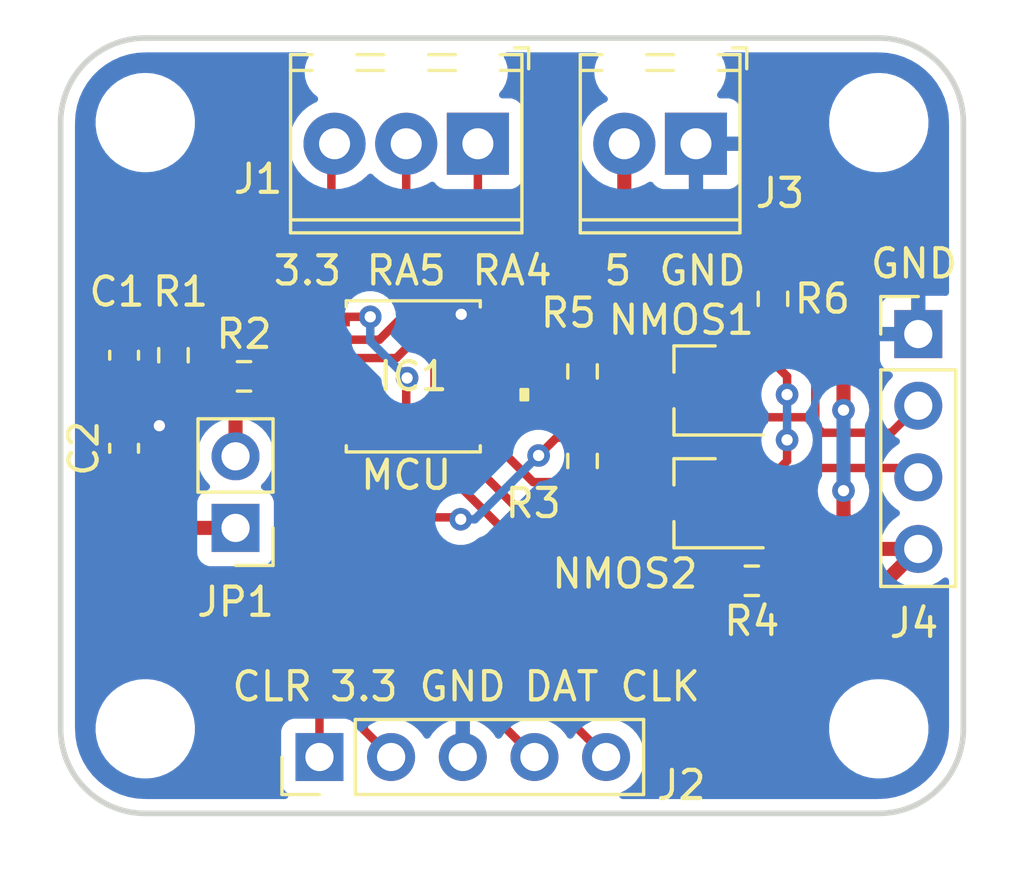
<source format=kicad_pcb>
(kicad_pcb (version 20211014) (generator pcbnew)
  (layers (0 "F.Cu" signal) (31 "B.Cu" power) (34 "B.Paste" user) (35 "F.Paste" user) (36 "B.SilkS" user "B.Silkscreen") (37 "F.SilkS" user "F.Silkscreen") (38 "B.Mask" user) (39 "F.Mask" user) (44 "Edge.Cuts" user))
  (net 0 "")
  (net 1 "GND")
  (net 2 "Net-(C2-Pad1)")
  (net 3 "RA5")
  (net 4 "MCLR")
  (net 6 "RA4")
  (net 7 "MCUTX")
  (net 8 "MCURX")
  (net 11 "CLK")
  (net 12 "DATA")
  (net 13 "+5V")
  (net 14 "STX")
  (net 15 "SRX")
  (net 16 "+3.3V")
  (net 17 "Net-(JP1-Pad2)")
  (footprint "MountingHole:MountingHole_2.5mm" (layer "F.Cu") (at -31 -75.5)
    (fp_text reference "H2")
    (fp_text value "MountingHole")
    (pad "" np_thru_hole circle (at 0 0) (size 2.5 2.5) (drill 2.5) (layers *.Cu *.Mask))
  )
  (footprint "Capacitor_SMD:C_0603_1608Metric" (layer "F.Cu") (at -31.75 -88.75 -90)
    (fp_text reference "C1" (at -2.25 0.25 180) (layer "F.SilkS"))
    (fp_text value "100n")
    (fp_line (start -0.14058 0.51) (end 0.14058 0.51) (layer "F.SilkS") (width 0.12))
    (fp_line (start -0.14058 -0.51) (end 0.14058 -0.51) (layer "F.SilkS") (width 0.12))
    (pad "1" smd roundrect (at -0.775 0 270) (size 0.9 0.95) (layers "F.Cu" "F.Paste" "F.Mask") (net 16 "+3.3V"))
    (pad "2" smd roundrect (at 0.775 0 270) (size 0.9 0.95) (layers "F.Cu" "F.Paste" "F.Mask") (net 1 "GND"))
  )
  (footprint "Resistor_SMD:R_0603_1608Metric" (layer "F.Cu") (at -15.5 -85 -90)
    (fp_text reference "R3" (at 1.5 1.75 180) (layer "F.SilkS"))
    (fp_text value "10k")
    (fp_line (start -0.237258 -0.5225) (end 0.237258 -0.5225) (layer "F.SilkS") (width 0.12))
    (fp_line (start -0.237258 0.5225) (end 0.237258 0.5225) (layer "F.SilkS") (width 0.12))
    (pad "1" smd roundrect (at -0.825 0 270) (size 0.8 0.95) (layers "F.Cu" "F.Paste" "F.Mask") (net 16 "+3.3V"))
    (pad "2" smd roundrect (at 0.825 0 270) (size 0.8 0.95) (layers "F.Cu" "F.Paste" "F.Mask") (net 7 "MCUTX"))
  )
  (footprint "Resistor_SMD:R_0603_1608Metric" (layer "F.Cu") (at -8.75 -90.75 -90)
    (fp_text reference "R6" (at 0 -1.75 180) (layer "F.SilkS"))
    (fp_text value "10k")
    (fp_line (start -0.237258 0.5225) (end 0.237258 0.5225) (layer "F.SilkS") (width 0.12))
    (fp_line (start -0.237258 -0.5225) (end 0.237258 -0.5225) (layer "F.SilkS") (width 0.12))
    (pad "1" smd roundrect (at -0.825 0 270) (size 0.8 0.95) (layers "F.Cu" "F.Paste" "F.Mask") (net 13 "+5V"))
    (pad "2" smd roundrect (at 0.825 0 270) (size 0.8 0.95) (layers "F.Cu" "F.Paste" "F.Mask") (net 14 "STX"))
  )
  (footprint "Connector_PinHeader_2.54mm:PinHeader_1x05_P2.54mm_Vertical" (layer "F.Cu") (at -24.825 -74.5 90)
    (fp_text reference "J2" (at -1 12.825 180) (layer "F.SilkS"))
    (fp_text value "Conn_01x05")
    (fp_line (start 1.33 1.27) (end 1.33 11.49) (layer "F.SilkS") (width 0.12))
    (fp_line (start -1.33 11.49) (end 1.33 11.49) (layer "F.SilkS") (width 0.12))
    (fp_line (start -1.33 0) (end -1.33 -1.33) (layer "F.SilkS") (width 0.12))
    (fp_line (start -1.33 1.27) (end 1.33 1.27) (layer "F.SilkS") (width 0.12))
    (fp_line (start -1.33 -1.33) (end 0 -1.33) (layer "F.SilkS") (width 0.12))
    (fp_line (start -1.33 1.27) (end -1.33 11.49) (layer "F.SilkS") (width 0.12))
    (pad "1" thru_hole rect (at 0 0 90) (size 1.7 1.7) (drill 1) (layers *.Cu *.Mask) (net 4 "MCLR"))
    (pad "2" thru_hole oval (at 0 2.54 90) (size 1.7 1.7) (drill 1) (layers *.Cu *.Mask) (net 16 "+3.3V"))
    (pad "3" thru_hole oval (at 0 5.08 90) (size 1.7 1.7) (drill 1) (layers *.Cu *.Mask) (net 1 "GND"))
    (pad "4" thru_hole oval (at 0 7.62 90) (size 1.7 1.7) (drill 1) (layers *.Cu *.Mask) (net 12 "DATA"))
    (pad "5" thru_hole oval (at 0 10.16 90) (size 1.7 1.7) (drill 1) (layers *.Cu *.Mask) (net 11 "CLK"))
  )
  (footprint "MountingHole:MountingHole_2.5mm" (layer "F.Cu") (at -5 -75.5)
    (fp_text reference "H4")
    (fp_text value "MountingHole")
    (pad "" np_thru_hole circle (at 0 0) (size 2.5 2.5) (drill 2.5) (layers *.Cu *.Mask))
  )
  (footprint "MountingHole:MountingHole_2.5mm" (layer "F.Cu") (at -5 -97)
    (fp_text reference "H3")
    (fp_text value "MountingHole")
    (pad "" np_thru_hole circle (at 0 0) (size 2.5 2.5) (drill 2.5) (layers *.Cu *.Mask))
  )
  (footprint "Resistor_SMD:R_0603_1608Metric" (layer "F.Cu") (at -27.5 -88 180)
    (fp_text reference "R2" (at 0 1.5) (layer "F.SilkS"))
    (fp_text value "220")
    (fp_line (start -0.237258 0.5225) (end 0.237258 0.5225) (layer "F.SilkS") (width 0.12))
    (fp_line (start -0.237258 -0.5225) (end 0.237258 -0.5225) (layer "F.SilkS") (width 0.12))
    (pad "1" smd roundrect (at -0.825 0 180) (size 0.8 0.95) (layers "F.Cu" "F.Paste" "F.Mask") (net 4 "MCLR"))
    (pad "2" smd roundrect (at 0.825 0 180) (size 0.8 0.95) (layers "F.Cu" "F.Paste" "F.Mask") (net 17 "Net-(JP1-Pad2)"))
  )
  (footprint "Package_TO_SOT_SMD:SOT-23_Handsoldering" (layer "F.Cu") (at -11.5 -83.5 180)
    (fp_text reference "NMOS2" (at 2.5 -2.5 180) (layer "F.SilkS"))
    (fp_text value "BSS138")
    (fp_line (start 0.76 1.58) (end 0.76 0.65) (layer "F.SilkS") (width 0.12))
    (fp_line (start 0.76 -1.58) (end 0.76 -0.65) (layer "F.SilkS") (width 0.12))
    (fp_line (start 0.76 -1.58) (end -2.4 -1.58) (layer "F.SilkS") (width 0.12))
    (fp_line (start 0.76 1.58) (end -0.7 1.58) (layer "F.SilkS") (width 0.12))
    (pad "1" smd rect (at -1.5 -0.95 180) (size 1.9 0.8) (layers "F.Cu" "F.Paste" "F.Mask") (net 15 "SRX"))
    (pad "2" smd rect (at -1.5 0.95 180) (size 1.9 0.8) (layers "F.Cu" "F.Paste" "F.Mask") (net 16 "+3.3V"))
    (pad "3" smd rect (at 1.5 0 180) (size 1.9 0.8) (layers "F.Cu" "F.Paste" "F.Mask") (net 7 "MCUTX"))
  )
  (footprint "TerminalBlock_Phoenix:TerminalBlock_Phoenix_MPT-0,5-3-2.54_1x03_P2.54mm_Horizontal" (layer "F.Cu") (at -19.21 -96.25 180)
    (fp_text reference "J1" (at 7.79 -1.25) (layer "F.SilkS"))
    (fp_text value "Conn_01x03")
    (fp_line (start 0.79 3.16) (end 1.75 3.16) (layer "F.SilkS") (width 0.12))
    (fp_line (start 6.64 -3.16) (end 6.64 3.16) (layer "F.SilkS") (width 0.12))
    (fp_line (start 0.79 2.6) (end 1.75 2.6) (layer "F.SilkS") (width 0.12))
    (fp_line (start -1.56 -3.16) (end -1.56 3.16) (layer "F.SilkS") (width 0.12))
    (fp_line (start 5.87 3.16) (end 6.64 3.16) (layer "F.SilkS") (width 0.12))
    (fp_line (start -1.8 2.66) (end -1.8 3.4) (layer "F.SilkS") (width 0.12))
    (fp_line (start 5.87 2.6) (end 6.64 2.6) (layer "F.SilkS") (width 0.12))
    (fp_line (start -1.56 2.6) (end -0.79 2.6) (layer "F.SilkS") (width 0.12))
    (fp_line (start -1.56 -2.7) (end 6.64 -2.7) (layer "F.SilkS") (width 0.12))
    (fp_line (start 3.33 2.6) (end 4.29 2.6) (layer "F.SilkS") (width 0.12))
    (fp_line (start 3.33 3.16) (end 4.29 3.16) (layer "F.SilkS") (width 0.12))
    (fp_line (start -1.56 3.16) (end -0.79 3.16) (layer "F.SilkS") (width 0.12))
    (fp_line (start -1.8 3.4) (end -1.3 3.4) (layer "F.SilkS") (width 0.12))
    (fp_line (start -1.56 -3.16) (end 6.64 -3.16) (layer "F.SilkS") (width 0.12))
    (pad "" np_thru_hole circle (at 0 2.54 180) (size 1.1 1.1) (drill 1.1) (layers *.Cu *.Mask))
    (pad "" np_thru_hole circle (at 5.08 2.54 180) (size 1.1 1.1) (drill 1.1) (layers *.Cu *.Mask))
    (pad "" np_thru_hole circle (at 2.54 2.54 180) (size 1.1 1.1) (drill 1.1) (layers *.Cu *.Mask))
    (pad "1" thru_hole rect (at 0 0 180) (size 2.2 2.2) (drill 1.1) (layers *.Cu *.Mask) (net 6 "RA4"))
    (pad "2" thru_hole circle (at 2.54 0 180) (size 2.2 2.2) (drill 1.1) (layers *.Cu *.Mask) (net 3 "RA5"))
    (pad "3" thru_hole circle (at 5.08 0 180) (size 2.2 2.2) (drill 1.1) (layers *.Cu *.Mask) (net 16 "+3.3V"))
  )
  (footprint "Connector_PinHeader_2.54mm:PinHeader_1x04_P2.54mm_Vertical" (layer "F.Cu") (at -3.6 -89.5)
    (fp_text reference "J4" (at -0.15 10.25) (layer "F.SilkS"))
    (fp_text value "HC-SR04")
    (fp_line (start -1.33 0) (end -1.33 -1.33) (layer "F.SilkS") (width 0.12))
    (fp_line (start 1.33 1.27) (end 1.33 8.95) (layer "F.SilkS") (width 0.12))
    (fp_line (start -1.33 1.27) (end -1.33 8.95) (layer "F.SilkS") (width 0.12))
    (fp_line (start -1.33 8.95) (end 1.33 8.95) (layer "F.SilkS") (width 0.12))
    (fp_line (start -1.33 -1.33) (end 0 -1.33) (layer "F.SilkS") (width 0.12))
    (fp_line (start -1.33 1.27) (end 1.33 1.27) (layer "F.SilkS") (width 0.12))
    (pad "1" thru_hole rect (at 0 0) (size 1.7 1.7) (drill 1) (layers *.Cu *.Mask) (net 1 "GND"))
    (pad "2" thru_hole oval (at 0 2.54) (size 1.7 1.7) (drill 1) (layers *.Cu *.Mask) (net 14 "STX"))
    (pad "3" thru_hole oval (at 0 5.08) (size 1.7 1.7) (drill 1) (layers *.Cu *.Mask) (net 15 "SRX"))
    (pad "4" thru_hole oval (at 0 7.62) (size 1.7 1.7) (drill 1) (layers *.Cu *.Mask) (net 13 "+5V"))
  )
  (footprint "TerminalBlock_Phoenix:TerminalBlock_Phoenix_MPT-0,5-2-2.54_1x02_P2.54mm_Horizontal" (layer "F.Cu") (at -11.48 -96.25 180)
    (fp_text reference "J3" (at -2.98 -1.75) (layer "F.SilkS"))
    (fp_text value "Conn_01x02")
    (fp_line (start -1.56 -3.16) (end 4.1 -3.16) (layer "F.SilkS") (width 0.12))
    (fp_line (start 3.33 2.6) (end 4.1 2.6) (layer "F.SilkS") (width 0.12))
    (fp_line (start 3.33 3.16) (end 4.1 3.16) (layer "F.SilkS") (width 0.12))
    (fp_line (start 0.79 3.16) (end 1.75 3.16) (layer "F.SilkS") (width 0.12))
    (fp_line (start 0.79 2.6) (end 1.75 2.6) (layer "F.SilkS") (width 0.12))
    (fp_line (start -1.56 3.16) (end -0.79 3.16) (layer "F.SilkS") (width 0.12))
    (fp_line (start -1.56 -2.7) (end 4.1 -2.7) (layer "F.SilkS") (width 0.12))
    (fp_line (start 4.1 -3.16) (end 4.1 3.16) (layer "F.SilkS") (width 0.12))
    (fp_line (start -1.8 2.66) (end -1.8 3.4) (layer "F.SilkS") (width 0.12))
    (fp_line (start -1.8 3.4) (end -1.3 3.4) (layer "F.SilkS") (width 0.12))
    (fp_line (start -1.56 -3.16) (end -1.56 3.16) (layer "F.SilkS") (width 0.12))
    (fp_line (start -1.56 2.6) (end -0.79 2.6) (layer "F.SilkS") (width 0.12))
    (pad "" np_thru_hole circle (at 2.54 2.54 180) (size 1.1 1.1) (drill 1.1) (layers *.Cu *.Mask))
    (pad "" np_thru_hole circle (at 0 2.54 180) (size 1.1 1.1) (drill 1.1) (layers *.Cu *.Mask))
    (pad "1" thru_hole rect (at 0 0 180) (size 2.2 2.2) (drill 1.1) (layers *.Cu *.Mask) (net 1 "GND"))
    (pad "2" thru_hole circle (at 2.54 0 180) (size 2.2 2.2) (drill 1.1) (layers *.Cu *.Mask) (net 13 "+5V"))
  )
  (footprint "footprints:PIC16F15224-E&slash_ST" (layer "F.Cu") (at -21.5 -88)
    (fp_text reference "IC1" (at 0 0) (layer "F.SilkS"))
    (fp_text value "MCU" (at -0.25 3.5) (layer "F.SilkS"))
    (fp_line (start -2.3749 2.6797) (end 2.3749 2.6797) (layer "F.SilkS") (width 0.12))
    (fp_line (start 2.3749 2.6797) (end 2.3749 2.460541) (layer "F.SilkS") (width 0.12))
    (fp_line (start -2.3749 -2.6797) (end -2.3749 -2.460541) (layer "F.SilkS") (width 0.12))
    (fp_line (start 2.3749 -2.6797) (end -2.3749 -2.6797) (layer "F.SilkS") (width 0.12))
    (fp_line (start 2.3749 -2.460539) (end 2.3749 -2.6797) (layer "F.SilkS") (width 0.12))
    (fp_line (start -2.3749 2.460539) (end -2.3749 2.6797) (layer "F.SilkS") (width 0.12))
    (fp_poly (pts (xy 4.064 0.459499) (xy 4.064 0.840499) (xy 3.81 0.840499) (xy 3.81 0.459499)) (layer "F.SilkS") (width 0.1) (fill solid))
    (pad "1" smd rect (at -2.90195 -1.950001) (size 1.3081 0.3556) (layers "F.Cu" "F.Paste" "F.Mask") (net 16 "+3.3V"))
    (pad "2" smd rect (at -2.90195 -1.3) (size 1.3081 0.3556) (layers "F.Cu" "F.Paste" "F.Mask") (net 3 "RA5"))
    (pad "3" smd rect (at -2.90195 -0.649999) (size 1.3081 0.3556) (layers "F.Cu" "F.Paste" "F.Mask") (net 6 "RA4"))
    (pad "4" smd rect (at -2.90195 0) (size 1.3081 0.3556) (layers "F.Cu" "F.Paste" "F.Mask") (net 4 "MCLR"))
    (pad "5" smd rect (at -2.90195 0.649999) (size 1.3081 0.3556) (layers "F.Cu" "F.Paste" "F.Mask"))
    (pad "6" smd rect (at -2.90195 1.3) (size 1.3081 0.3556) (layers "F.Cu" "F.Paste" "F.Mask"))
    (pad "7" smd rect (at -2.90195 1.949999) (size 1.3081 0.3556) (layers "F.Cu" "F.Paste" "F.Mask"))
    (pad "8" smd rect (at 2.90195 1.950001) (size 1.3081 0.3556) (layers "F.Cu" "F.Paste" "F.Mask") (net 7 "MCUTX"))
    (pad "9" smd rect (at 2.90195 1.3) (size 1.3081 0.3556) (layers "F.Cu" "F.Paste" "F.Mask") (net 8 "MCURX"))
    (pad "10" smd rect (at 2.90195 0.650001) (size 1.3081 0.3556) (layers "F.Cu" "F.Paste" "F.Mask"))
    (pad "11" smd rect (at 2.90195 0) (size 1.3081 0.3556) (layers "F.Cu" "F.Paste" "F.Mask"))
    (pad "12" smd rect (at 2.90195 -0.649999) (size 1.3081 0.3556) (layers "F.Cu" "F.Paste" "F.Mask") (net 11 "CLK"))
    (pad "13" smd rect (at 2.90195 -1.3) (size 1.3081 0.3556) (layers "F.Cu" "F.Paste" "F.Mask") (net 12 "DATA"))
    (pad "14" smd rect (at 2.90195 -1.949999) (size 1.3081 0.3556) (layers "F.Cu" "F.Paste" "F.Mask") (net 1 "GND"))
  )
  (footprint "Connector_PinHeader_2.54mm:PinHeader_1x02_P2.54mm_Vertical" (layer "F.Cu") (at -27.8 -82.625 180)
    (fp_text reference "JP1" (at 0 -2.625) (layer "F.SilkS"))
    (fp_text value "Jumper_2_Bridged")
    (fp_line (start -1.33 3.87) (end 1.33 3.87) (layer "F.SilkS") (width 0.12))
    (fp_line (start 1.33 1.27) (end 1.33 3.87) (layer "F.SilkS") (width 0.12))
    (fp_line (start -1.33 1.27) (end 1.33 1.27) (layer "F.SilkS") (width 0.12))
    (fp_line (start -1.33 0) (end -1.33 -1.33) (layer "F.SilkS") (width 0.12))
    (fp_line (start -1.33 -1.33) (end 0 -1.33) (layer "F.SilkS") (width 0.12))
    (fp_line (start -1.33 1.27) (end -1.33 3.87) (layer "F.SilkS") (width 0.12))
    (pad "1" thru_hole rect (at 0 0 180) (size 1.7 1.7) (drill 1) (layers *.Cu *.Mask) (net 2 "Net-(C2-Pad1)"))
    (pad "2" thru_hole oval (at 0 2.54 180) (size 1.7 1.7) (drill 1) (layers *.Cu *.Mask) (net 17 "Net-(JP1-Pad2)"))
  )
  (footprint "Resistor_SMD:R_0603_1608Metric" (layer "F.Cu") (at -9.5 -80.75 180)
    (fp_text reference "R4" (at 0 -1.43) (layer "F.SilkS"))
    (fp_text value "10k")
    (fp_line (start -0.237258 -0.5225) (end 0.237258 -0.5225) (layer "F.SilkS") (width 0.12))
    (fp_line (start -0.237258 0.5225) (end 0.237258 0.5225) (layer "F.SilkS") (width 0.12))
    (pad "1" smd roundrect (at -0.825 0 180) (size 0.8 0.95) (layers "F.Cu" "F.Paste" "F.Mask") (net 13 "+5V"))
    (pad "2" smd roundrect (at 0.825 0 180) (size 0.8 0.95) (layers "F.Cu" "F.Paste" "F.Mask") (net 15 "SRX"))
  )
  (footprint "Capacitor_SMD:C_0603_1608Metric" (layer "F.Cu") (at -31.75 -85.45 90)
    (fp_text reference "C2" (at 0 -1.43 90) (layer "F.SilkS"))
    (fp_text value "10n")
    (fp_line (start -0.14058 -0.51) (end 0.14058 -0.51) (layer "F.SilkS") (width 0.12))
    (fp_line (start -0.14058 0.51) (end 0.14058 0.51) (layer "F.SilkS") (width 0.12))
    (pad "1" smd roundrect (at -0.775 0 90) (size 0.9 0.95) (layers "F.Cu" "F.Paste" "F.Mask") (net 2 "Net-(C2-Pad1)"))
    (pad "2" smd roundrect (at 0.775 0 90) (size 0.9 0.95) (layers "F.Cu" "F.Paste" "F.Mask") (net 1 "GND"))
  )
  (footprint "Package_TO_SOT_SMD:SOT-23_Handsoldering" (layer "F.Cu") (at -11.5 -87.5 180)
    (fp_text reference "NMOS1" (at 0.5 2.5 180) (layer "F.SilkS"))
    (fp_text value "BSS138")
    (fp_line (start 0.76 -1.58) (end 0.76 -0.65) (layer "F.SilkS") (width 0.12))
    (fp_line (start 0.76 -1.58) (end -2.4 -1.58) (layer "F.SilkS") (width 0.12))
    (fp_line (start 0.76 1.58) (end 0.76 0.65) (layer "F.SilkS") (width 0.12))
    (fp_line (start 0.76 1.58) (end -0.7 1.58) (layer "F.SilkS") (width 0.12))
    (pad "1" smd rect (at -1.5 -0.95 180) (size 1.9 0.8) (layers "F.Cu" "F.Paste" "F.Mask") (net 14 "STX"))
    (pad "2" smd rect (at -1.5 0.95 180) (size 1.9 0.8) (layers "F.Cu" "F.Paste" "F.Mask") (net 16 "+3.3V"))
    (pad "3" smd rect (at 1.5 0 180) (size 1.9 0.8) (layers "F.Cu" "F.Paste" "F.Mask") (net 8 "MCURX"))
  )
  (footprint "Resistor_SMD:R_0603_1608Metric" (layer "F.Cu") (at -15.5 -88.175 90)
    (fp_text reference "R5" (at 2.075 -0.5 180) (layer "F.SilkS"))
    (fp_text value "10k")
    (fp_line (start -0.237258 0.5225) (end 0.237258 0.5225) (layer "F.SilkS") (width 0.12))
    (fp_line (start -0.237258 -0.5225) (end 0.237258 -0.5225) (layer "F.SilkS") (width 0.12))
    (pad "1" smd roundrect (at -0.825 0 90) (size 0.8 0.95) (layers "F.Cu" "F.Paste" "F.Mask") (net 16 "+3.3V"))
    (pad "2" smd roundrect (at 0.825 0 90) (size 0.8 0.95) (layers "F.Cu" "F.Paste" "F.Mask") (net 8 "MCURX"))
  )
  (footprint "MountingHole:MountingHole_2.5mm" (layer "F.Cu") (at -31 -97)
    (fp_text reference "H1")
    (fp_text value "MountingHole")
    (pad "" np_thru_hole circle (at 0 0) (size 2.5 2.5) (drill 2.5) (layers *.Cu *.Mask))
  )
  (footprint "Resistor_SMD:R_0603_1608Metric" (layer "F.Cu") (at -30 -88.75 90)
    (fp_text reference "R1" (at 2.25 0.25 180) (layer "F.SilkS"))
    (fp_text value "10k")
    (fp_line (start -0.237258 -0.5225) (end 0.237258 -0.5225) (layer "F.SilkS") (width 0.12))
    (fp_line (start -0.237258 0.5225) (end 0.237258 0.5225) (layer "F.SilkS") (width 0.12))
    (pad "1" smd roundrect (at -0.825 0 90) (size 0.8 0.95) (layers "F.Cu" "F.Paste" "F.Mask") (net 17 "Net-(JP1-Pad2)"))
    (pad "2" smd roundrect (at 0.825 0 90) (size 0.8 0.95) (layers "F.Cu" "F.Paste" "F.Mask") (net 16 "+3.3V"))
  )
  (gr_line (start -31 -100) (end -5 -100) (layer "Edge.Cuts") (width 0.2))
  (gr_arc (start -34 -97) (mid -33.12132 -99.12132) (end -31 -100) (layer "Edge.Cuts") (width 0.2))
  (gr_line (start -31 -72.5) (end -5 -72.5) (layer "Edge.Cuts") (width 0.2))
  (gr_line (start -2 -75.5) (end -2 -97) (layer "Edge.Cuts") (width 0.2))
  (gr_line (start -34 -75.5) (end -34 -97) (layer "Edge.Cuts") (width 0.2))
  (gr_arc (start -5 -100) (mid -2.87868 -99.12132) (end -2 -97) (layer "Edge.Cuts") (width 0.2))
  (gr_arc (start -31 -72.5) (mid -33.12132 -73.37868) (end -34 -75.5) (layer "Edge.Cuts") (width 0.2))
  (gr_arc (start -2 -75.5) (mid -2.87868 -73.37868) (end -5 -72.5) (layer "Edge.Cuts") (width 0.2))
  (gr_text "GND" (at -3.75 -92) (layer "F.SilkS") (effects (font (size 1 1))))
  (gr_text "RA4" (at -18 -91.75) (layer "F.SilkS") (effects (font (size 1 1))))
  (gr_text "CLK" (at -12.75 -77) (layer "F.SilkS") (effects (font (size 1 1))))
  (gr_text "GND" (at -11.25 -91.75) (layer "F.SilkS") (effects (font (size 1 1))))
  (gr_text "CLR" (at -26.5 -77) (layer "F.SilkS") (effects (font (size 1 1))))
  (gr_text "DAT" (at -16.25 -77) (layer "F.SilkS") (effects (font (size 1 1))))
  (gr_text "3.3" (at -23.25 -77) (layer "F.SilkS") (effects (font (size 1 1))))
  (gr_text "RA5" (at -21.75 -91.75) (layer "F.SilkS") (effects (font (size 1 1))))
  (gr_text "5" (at -14.25 -91.75) (layer "F.SilkS") (effects (font (size 1 1))))
  (gr_text "GND" (at -19.75 -77) (layer "F.SilkS") (effects (font (size 1 1))))
  (gr_text "3.3" (at -25.25 -91.75) (layer "F.SilkS") (effects (font (size 1 1))))
  (segment (start -31.75 -86.225) (end -30.525 -86.225) (width 0.5) (layer "F.Cu") (net 1))
  (segment (start -30.525 -86.225) (end -30.5 -86.25) (width 0.5) (layer "F.Cu") (net 1))
  (segment (start -31.75 -86.225) (end -31.75 -87.975) (width 0.5) (layer "F.Cu") (net 1))
  (segment (start -19.8 -90.2) (end -19.549999 -89.949999) (width 0.3) (layer "F.Cu") (net 1))
  (segment (start -19.549999 -89.949999) (end -18.59805 -89.949999) (width 0.3) (layer "F.Cu") (net 1))
  (via (at -19.8 -90.2) (size 0.8) (drill 0.4) (layers "F.Cu" "B.Cu") (net 1))
  (via (at -30.5 -86.25) (size 0.8) (drill 0.4) (layers "F.Cu" "B.Cu") (net 1))
  (segment (start -27.8 -82.625) (end -29.7 -82.625) (width 0.5) (layer "F.Cu") (net 2))
  (segment (start -29.7 -82.625) (end -31.75 -84.675) (width 0.5) (layer "F.Cu") (net 2))
  (segment (start -21.75 -90.25) (end -22.7 -89.3) (width 0.3) (layer "F.Cu") (net 3))
  (segment (start -21.75 -96.25) (end -21.75 -90.25) (width 0.3) (layer "F.Cu") (net 3))
  (segment (start -22.7 -89.3) (end -24.40195 -89.3) (width 0.3) (layer "F.Cu") (net 3))
  (segment (start -22.75 -85) (end -22.75 -87.337901) (width 0.3) (layer "F.Cu") (net 4))
  (segment (start -23.412099 -88) (end -24.40195 -88) (width 0.3) (layer "F.Cu") (net 4))
  (segment (start -24.825 -82.925) (end -22.75 -85) (width 0.3) (layer "F.Cu") (net 4))
  (segment (start -22.75 -87.337901) (end -23.412099 -88) (width 0.3) (layer "F.Cu") (net 4))
  (segment (start -24.40195 -88) (end -26.675 -88) (width 0.3) (layer "F.Cu") (net 4))
  (segment (start -24.825 -74.5) (end -24.825 -82.925) (width 0.3) (layer "F.Cu") (net 4))
  (segment (start -19.21 -96.25) (end -19.21 -93.54) (width 0.3) (layer "F.Cu") (net 6))
  (segment (start -19.21 -93.54) (end -20.75 -92) (width 0.3) (layer "F.Cu") (net 6))
  (segment (start -20.75 -92) (end -20.75 -90) (width 0.3) (layer "F.Cu") (net 6))
  (segment (start -22.100001 -88.649999) (end -24.40195 -88.649999) (width 0.3) (layer "F.Cu") (net 6))
  (segment (start -20.75 -90) (end -22.100001 -88.649999) (width 0.3) (layer "F.Cu") (net 6))
  (segment (start -15.575 -84.25) (end -15.5 -84.175) (width 0.3) (layer "F.Cu") (net 7))
  (segment (start -13.675 -84.175) (end -13 -83.5) (width 0.3) (layer "F.Cu") (net 7))
  (segment (start -15.5 -84.175) (end -13.675 -84.175) (width 0.3) (layer "F.Cu") (net 7))
  (segment (start -18.59805 -85.59805) (end -17.25 -84.25) (width 0.3) (layer "F.Cu") (net 7))
  (segment (start -17.25 -84.25) (end -15.575 -84.25) (width 0.3) (layer "F.Cu") (net 7))
  (segment (start -18.59805 -86.049999) (end -18.59805 -85.59805) (width 0.3) (layer "F.Cu") (net 7))
  (segment (start -15.5 -88.808199) (end -15.5 -89) (width 0.3) (layer "F.Cu") (net 8))
  (segment (start -17.608199 -86.7) (end -15.5 -88.808199) (width 0.3) (layer "F.Cu") (net 8))
  (segment (start -18.59805 -86.7) (end -17.608199 -86.7) (width 0.3) (layer "F.Cu") (net 8))
  (segment (start -14.5 -89) (end -13 -87.5) (width 0.3) (layer "F.Cu") (net 8))
  (segment (start -15.5 -89) (end -14.5 -89) (width 0.3) (layer "F.Cu") (net 8))
  (segment (start -20 -88.104425) (end -19.454426 -88.649999) (width 0.3) (layer "F.Cu") (net 11))
  (segment (start -14.665 -74.5) (end -17.25 -77.085) (width 0.3) (layer "F.Cu") (net 11))
  (segment (start -20 -85.5) (end -20 -88.104425) (width 0.3) (layer "F.Cu") (net 11))
  (segment (start -19.454426 -88.649999) (end -18.59805 -88.649999) (width 0.3) (layer "F.Cu") (net 11))
  (segment (start -17.25 -82.75) (end -20 -85.5) (width 0.3) (layer "F.Cu") (net 11))
  (segment (start -17.25 -77.085) (end -17.25 -82.75) (width 0.3) (layer "F.Cu") (net 11))
  (segment (start -18.5 -75.795) (end -18.5 -82.75) (width 0.3) (layer "F.Cu") (net 12))
  (segment (start -20.75 -85) (end -20.75 -88.75) (width 0.3) (layer "F.Cu") (net 12))
  (segment (start -20.75 -88.75) (end -20.2 -89.3) (width 0.3) (layer "F.Cu") (net 12))
  (segment (start -17.205 -74.5) (end -18.5 -75.795) (width 0.3) (layer "F.Cu") (net 12))
  (segment (start -18.5 -82.75) (end -20.75 -85) (width 0.3) (layer "F.Cu") (net 12))
  (segment (start -20.2 -89.3) (end -18.59805 -89.3) (width 0.3) (layer "F.Cu") (net 12))
  (segment (start -7.075 -91.575) (end -8.75 -91.575) (width 0.5) (layer "F.Cu") (net 13))
  (segment (start -6.25 -83.9465) (end -6.25 -83) (width 0.5) (layer "F.Cu") (net 13))
  (segment (start -8.675 -80.75) (end -4.73 -80.75) (width 0.5) (layer "F.Cu") (net 13))
  (segment (start -14.02 -96.25) (end -14.02 -92.52) (width 0.5) (layer "F.Cu") (net 13))
  (segment (start -6.25 -83) (end -5.13 -81.88) (width 0.5) (layer "F.Cu") (net 13))
  (segment (start -5.13 -81.88) (end -3.6 -81.88) (width 0.5) (layer "F.Cu") (net 13))
  (segment (start -13.075 -91.575) (end -8.75 -91.575) (width 0.5) (layer "F.Cu") (net 13))
  (segment (start -6.25 -86.8035) (end -6.25 -90.75) (width 0.5) (layer "F.Cu") (net 13))
  (segment (start -4.73 -80.75) (end -3.6 -81.88) (width 0.5) (layer "F.Cu") (net 13))
  (segment (start -6.25 -90.75) (end -7.075 -91.575) (width 0.5) (layer "F.Cu") (net 13))
  (segment (start -14.02 -92.52) (end -13.075 -91.575) (width 0.5) (layer "F.Cu") (net 13))
  (via (at -6.25 -86.8035) (size 0.8) (drill 0.4) (layers "F.Cu" "B.Cu") (net 13))
  (via (at -6.25 -83.9465) (size 0.8) (drill 0.4) (layers "F.Cu" "B.Cu") (net 13))
  (segment (start -6.25 -86.8035) (end -6.25 -83.9465) (width 0.5) (layer "B.Cu") (net 13))
  (segment (start -8.75 -89.925) (end -8.000104 -89.925) (width 0.3) (layer "F.Cu") (net 14))
  (segment (start -7.25 -89.174896) (end -7.25 -86.25) (width 0.3) (layer "F.Cu") (net 14))
  (segment (start -7 -86) (end -4.56 -86) (width 0.3) (layer "F.Cu") (net 14))
  (segment (start -9 -86.55) (end -7.55 -86.55) (width 0.3) (layer "F.Cu") (net 14))
  (segment (start -4.01 -86.55) (end -3.6 -86.96) (width 0.3) (layer "F.Cu") (net 14))
  (segment (start -7.55 -86.55) (end -7.25 -86.25) (width 0.3) (layer "F.Cu") (net 14))
  (segment (start -4.56 -86) (end -3.6 -86.96) (width 0.3) (layer "F.Cu") (net 14))
  (segment (start -7.25 -86.25) (end -7 -86) (width 0.3) (layer "F.Cu") (net 14))
  (segment (start -8.000104 -89.925) (end -7.25 -89.174896) (width 0.3) (layer "F.Cu") (net 14))
  (segment (start -10.325 -81.675) (end -10 -82) (width 0.3) (layer "F.Cu") (net 15))
  (segment (start -9.45 -82.55) (end -10 -82.55) (width 0.3) (layer "F.Cu") (net 15))
  (segment (start -7.25 -84.75) (end -9.45 -82.55) (width 0.3) (layer "F.Cu") (net 15))
  (segment (start -10 -82) (end -10 -82.55) (width 0.3) (layer "F.Cu") (net 15))
  (segment (start -10.325 -80.75) (end -10.325 -81.675) (width 0.3) (layer "F.Cu") (net 15))
  (segment (start -7.25 -84.75) (end -3.93 -84.75) (width 0.3) (layer "F.Cu") (net 15))
  (segment (start -3.93 -84.75) (end -3.6 -84.42) (width 0.3) (layer "F.Cu") (net 15))
  (segment (start -8.7 -88.45) (end -10 -88.45) (width 0.3) (layer "F.Cu") (net 16))
  (segment (start -11.05 -85.5) (end -10 -84.45) (width 0.3) (layer "F.Cu") (net 16))
  (segment (start -30.05 -89.525) (end -30 -89.575) (width 0.5) (layer "F.Cu") (net 16))
  (segment (start -31.75 -89.525) (end -30.05 -89.525) (width 0.5) (layer "F.Cu") (net 16))
  (segment (start -24.240246 -90.111705) (end -24.40195 -89.950001) (width 0.3) (layer "F.Cu") (net 16))
  (segment (start -16.425 -85.825) (end -15.5 -85.825) (width 0.3) (layer "F.Cu") (net 16))
  (segment (start -15.5 -85.825) (end -15.175 -85.5) (width 0.3) (layer "F.Cu") (net 16))
  (segment (start -21.75 -87.911601) (end -21.75 -83) (width 0.3) (layer "F.Cu") (net 16))
  (segment (start -24.40195 -91.65195) (end -24.40195 -96.13805) (width 0.3) (layer "F.Cu") (net 16))
  (segment (start -15.175 -85.5) (end -11.05 -85.5) (width 0.3) (layer "F.Cu") (net 16))
  (segment (start -21.71906 -87.942541) (end -21.75 -87.911601) (width 0.3) (layer "F.Cu") (net 16))
  (segment (start -23.25 -81.5) (end -23.25 -75.465) (width 0.3) (layer "F.Cu") (net 16))
  (segment (start -23.25 -75.465) (end -22.285 -74.5) (width 0.3) (layer "F.Cu") (net 16))
  (segment (start -24.40195 -89.950001) (end -24.40195 -91.65195) (width 0.3) (layer "F.Cu") (net 16))
  (segment (start -15.5 -85.825) (end -15.5 -87.35) (width 0.3) (layer "F.Cu") (net 16))
  (segment (start -26.449999 -89.950001) (end -24.40195 -89.950001) (width 0.3) (layer "F.Cu") (net 16))
  (segment (start -8.8 -84.45) (end -8.25 -85) (width 0.3) (layer "F.Cu") (net 16))
  (segment (start -24.40195 -96.13805) (end -24.29 -96.25) (width 0.3) (layer "F.Cu") (net 16))
  (segment (start -8.25 -85) (end -8.25 -85.7465) (width 0.3) (layer "F.Cu") (net 16))
  (segment (start -23.024616 -90.111705) (end -24.240246 -90.111705) (width 0.3) (layer "F.Cu") (net 16))
  (segment (start -19.886322 -83) (end -21.75 -83) (width 0.3) (layer "F.Cu") (net 16))
  (segment (start -21.75 -83) (end -23.25 -81.5) (width 0.3) (layer "F.Cu") (net 16))
  (segment (start -15.575 -85.75) (end -15.5 -85.825) (width 0.5) (layer "F.Cu") (net 16))
  (segment (start -10 -84.45) (end -8.8 -84.45) (width 0.3) (layer "F.Cu") (net 16))
  (segment (start -8.25 -87.3535) (end -8.25 -88) (width 0.3) (layer "F.Cu") (net 16))
  (segment (start -30 -89.575) (end -26.825 -89.575) (width 0.3) (layer "F.Cu") (net 16))
  (segment (start -17.056839 -85.193161) (end -16.425 -85.825) (width 0.3) (layer "F.Cu") (net 16))
  (segment (start -8.25 -88) (end -8.7 -88.45) (width 0.3) (layer "F.Cu") (net 16))
  (segment (start -19.818161 -82.931839) (end -19.886322 -83) (width 0.3) (layer "F.Cu") (net 16))
  (segment (start -26.825 -89.575) (end -26.449999 -89.950001) (width 0.3) (layer "F.Cu") (net 16))
  (via (at -17.056839 -85.193161) (size 0.8) (drill 0.4) (layers "F.Cu" "B.Cu") (net 16))
  (via (at -21.71906 -87.942541) (size 0.8) (drill 0.4) (layers "F.Cu" "B.Cu") (net 16))
  (via (at -23.024616 -90.111705) (size 0.8) (drill 0.4) (layers "F.Cu" "B.Cu") (net 16))
  (via (at -8.25 -87.3535) (size 0.8) (drill 0.4) (layers "F.Cu" "B.Cu") (net 16))
  (via (at -8.25 -85.7465) (size 0.8) (drill 0.4) (layers "F.Cu" "B.Cu") (net 16))
  (via (at -19.818161 -82.931839) (size 0.8) (drill 0.4) (layers "F.Cu" "B.Cu") (net 16))
  (segment (start -19.318161 -82.931839) (end -19.818161 -82.931839) (width 0.3) (layer "B.Cu") (net 16))
  (segment (start -17.056839 -85.193161) (end -19.318161 -82.931839) (width 0.3) (layer "B.Cu") (net 16))
  (segment (start -8.25 -87.3535) (end -8.25 -85.7465) (width 0.3) (layer "B.Cu") (net 16))
  (segment (start -21.71906 -87.942541) (end -23.024616 -89.248097) (width 0.3) (layer "B.Cu") (net 16))
  (segment (start -23.024616 -89.248097) (end -23.024616 -90.111705) (width 0.3) (layer "B.Cu") (net 16))
  (segment (start -30 -87.925) (end -28.4 -87.925) (width 0.3) (layer "F.Cu") (net 17))
  (segment (start -28.4 -87.925) (end -28.325 -88) (width 0.3) (layer "F.Cu") (net 17))
  (segment (start -27.8 -85.165) (end -27.8 -87.475) (width 0.5) (layer "F.Cu") (net 17))
  (segment (start -27.8 -87.475) (end -28.325 -88) (width 0.5) (layer "F.Cu") (net 17))
  (segment (start -29.975 -87.9) (end -30 -87.925) (width 0.3) (layer "F.Cu") (net 17))
  (zone (net 1) (net_name "GND") (layer "B.Cu") (connect_pads (clearance 0.508)) (min_thickness 0.254) (fill yes (thermal_gap 0.508) (thermal_bridge_width 0.508))
    (polygon (pts (xy -2 -72.5) (xy -34 -72.5) (xy -34 -100) (xy -2 -100)))
  )
)
</source>
